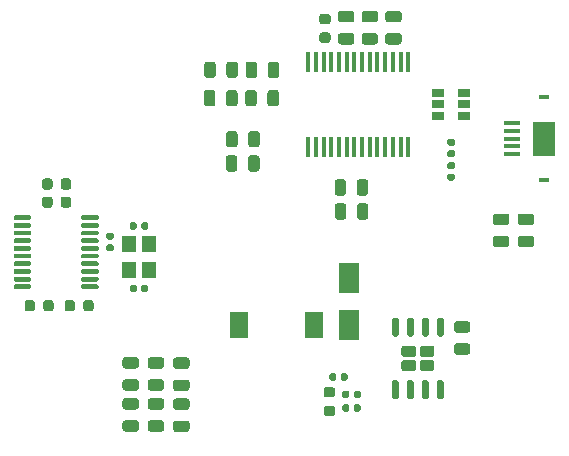
<source format=gbr>
%TF.GenerationSoftware,KiCad,Pcbnew,5.1.6*%
%TF.CreationDate,2021-04-04T19:37:59+02:00*%
%TF.ProjectId,teriyaki,74657269-7961-46b6-992e-6b696361645f,rev?*%
%TF.SameCoordinates,Original*%
%TF.FileFunction,Paste,Top*%
%TF.FilePolarity,Positive*%
%FSLAX46Y46*%
G04 Gerber Fmt 4.6, Leading zero omitted, Abs format (unit mm)*
G04 Created by KiCad (PCBNEW 5.1.6) date 2021-04-04 19:37:59*
%MOMM*%
%LPD*%
G01*
G04 APERTURE LIST*
%ADD10R,1.800000X2.500000*%
%ADD11R,0.850000X0.300000*%
%ADD12R,1.900000X2.900000*%
%ADD13R,1.350000X0.400000*%
%ADD14R,1.500000X2.200000*%
%ADD15R,0.450000X1.750000*%
%ADD16R,1.060000X0.650000*%
%ADD17R,1.200000X1.400000*%
G04 APERTURE END LIST*
%TO.C,U2*%
G36*
G01*
X102112500Y-112200000D02*
X102112500Y-112400000D01*
G75*
G02*
X102012500Y-112500000I-100000J0D01*
G01*
X100737500Y-112500000D01*
G75*
G02*
X100637500Y-112400000I0J100000D01*
G01*
X100637500Y-112200000D01*
G75*
G02*
X100737500Y-112100000I100000J0D01*
G01*
X102012500Y-112100000D01*
G75*
G02*
X102112500Y-112200000I0J-100000D01*
G01*
G37*
G36*
G01*
X102112500Y-111550000D02*
X102112500Y-111750000D01*
G75*
G02*
X102012500Y-111850000I-100000J0D01*
G01*
X100737500Y-111850000D01*
G75*
G02*
X100637500Y-111750000I0J100000D01*
G01*
X100637500Y-111550000D01*
G75*
G02*
X100737500Y-111450000I100000J0D01*
G01*
X102012500Y-111450000D01*
G75*
G02*
X102112500Y-111550000I0J-100000D01*
G01*
G37*
G36*
G01*
X102112500Y-110900000D02*
X102112500Y-111100000D01*
G75*
G02*
X102012500Y-111200000I-100000J0D01*
G01*
X100737500Y-111200000D01*
G75*
G02*
X100637500Y-111100000I0J100000D01*
G01*
X100637500Y-110900000D01*
G75*
G02*
X100737500Y-110800000I100000J0D01*
G01*
X102012500Y-110800000D01*
G75*
G02*
X102112500Y-110900000I0J-100000D01*
G01*
G37*
G36*
G01*
X102112500Y-110250000D02*
X102112500Y-110450000D01*
G75*
G02*
X102012500Y-110550000I-100000J0D01*
G01*
X100737500Y-110550000D01*
G75*
G02*
X100637500Y-110450000I0J100000D01*
G01*
X100637500Y-110250000D01*
G75*
G02*
X100737500Y-110150000I100000J0D01*
G01*
X102012500Y-110150000D01*
G75*
G02*
X102112500Y-110250000I0J-100000D01*
G01*
G37*
G36*
G01*
X102112500Y-109600000D02*
X102112500Y-109800000D01*
G75*
G02*
X102012500Y-109900000I-100000J0D01*
G01*
X100737500Y-109900000D01*
G75*
G02*
X100637500Y-109800000I0J100000D01*
G01*
X100637500Y-109600000D01*
G75*
G02*
X100737500Y-109500000I100000J0D01*
G01*
X102012500Y-109500000D01*
G75*
G02*
X102112500Y-109600000I0J-100000D01*
G01*
G37*
G36*
G01*
X102112500Y-108950000D02*
X102112500Y-109150000D01*
G75*
G02*
X102012500Y-109250000I-100000J0D01*
G01*
X100737500Y-109250000D01*
G75*
G02*
X100637500Y-109150000I0J100000D01*
G01*
X100637500Y-108950000D01*
G75*
G02*
X100737500Y-108850000I100000J0D01*
G01*
X102012500Y-108850000D01*
G75*
G02*
X102112500Y-108950000I0J-100000D01*
G01*
G37*
G36*
G01*
X102112500Y-108300000D02*
X102112500Y-108500000D01*
G75*
G02*
X102012500Y-108600000I-100000J0D01*
G01*
X100737500Y-108600000D01*
G75*
G02*
X100637500Y-108500000I0J100000D01*
G01*
X100637500Y-108300000D01*
G75*
G02*
X100737500Y-108200000I100000J0D01*
G01*
X102012500Y-108200000D01*
G75*
G02*
X102112500Y-108300000I0J-100000D01*
G01*
G37*
G36*
G01*
X102112500Y-107650000D02*
X102112500Y-107850000D01*
G75*
G02*
X102012500Y-107950000I-100000J0D01*
G01*
X100737500Y-107950000D01*
G75*
G02*
X100637500Y-107850000I0J100000D01*
G01*
X100637500Y-107650000D01*
G75*
G02*
X100737500Y-107550000I100000J0D01*
G01*
X102012500Y-107550000D01*
G75*
G02*
X102112500Y-107650000I0J-100000D01*
G01*
G37*
G36*
G01*
X102112500Y-107000000D02*
X102112500Y-107200000D01*
G75*
G02*
X102012500Y-107300000I-100000J0D01*
G01*
X100737500Y-107300000D01*
G75*
G02*
X100637500Y-107200000I0J100000D01*
G01*
X100637500Y-107000000D01*
G75*
G02*
X100737500Y-106900000I100000J0D01*
G01*
X102012500Y-106900000D01*
G75*
G02*
X102112500Y-107000000I0J-100000D01*
G01*
G37*
G36*
G01*
X102112500Y-106350000D02*
X102112500Y-106550000D01*
G75*
G02*
X102012500Y-106650000I-100000J0D01*
G01*
X100737500Y-106650000D01*
G75*
G02*
X100637500Y-106550000I0J100000D01*
G01*
X100637500Y-106350000D01*
G75*
G02*
X100737500Y-106250000I100000J0D01*
G01*
X102012500Y-106250000D01*
G75*
G02*
X102112500Y-106350000I0J-100000D01*
G01*
G37*
G36*
G01*
X107837500Y-106350000D02*
X107837500Y-106550000D01*
G75*
G02*
X107737500Y-106650000I-100000J0D01*
G01*
X106462500Y-106650000D01*
G75*
G02*
X106362500Y-106550000I0J100000D01*
G01*
X106362500Y-106350000D01*
G75*
G02*
X106462500Y-106250000I100000J0D01*
G01*
X107737500Y-106250000D01*
G75*
G02*
X107837500Y-106350000I0J-100000D01*
G01*
G37*
G36*
G01*
X107837500Y-107000000D02*
X107837500Y-107200000D01*
G75*
G02*
X107737500Y-107300000I-100000J0D01*
G01*
X106462500Y-107300000D01*
G75*
G02*
X106362500Y-107200000I0J100000D01*
G01*
X106362500Y-107000000D01*
G75*
G02*
X106462500Y-106900000I100000J0D01*
G01*
X107737500Y-106900000D01*
G75*
G02*
X107837500Y-107000000I0J-100000D01*
G01*
G37*
G36*
G01*
X107837500Y-107650000D02*
X107837500Y-107850000D01*
G75*
G02*
X107737500Y-107950000I-100000J0D01*
G01*
X106462500Y-107950000D01*
G75*
G02*
X106362500Y-107850000I0J100000D01*
G01*
X106362500Y-107650000D01*
G75*
G02*
X106462500Y-107550000I100000J0D01*
G01*
X107737500Y-107550000D01*
G75*
G02*
X107837500Y-107650000I0J-100000D01*
G01*
G37*
G36*
G01*
X107837500Y-108300000D02*
X107837500Y-108500000D01*
G75*
G02*
X107737500Y-108600000I-100000J0D01*
G01*
X106462500Y-108600000D01*
G75*
G02*
X106362500Y-108500000I0J100000D01*
G01*
X106362500Y-108300000D01*
G75*
G02*
X106462500Y-108200000I100000J0D01*
G01*
X107737500Y-108200000D01*
G75*
G02*
X107837500Y-108300000I0J-100000D01*
G01*
G37*
G36*
G01*
X107837500Y-108950000D02*
X107837500Y-109150000D01*
G75*
G02*
X107737500Y-109250000I-100000J0D01*
G01*
X106462500Y-109250000D01*
G75*
G02*
X106362500Y-109150000I0J100000D01*
G01*
X106362500Y-108950000D01*
G75*
G02*
X106462500Y-108850000I100000J0D01*
G01*
X107737500Y-108850000D01*
G75*
G02*
X107837500Y-108950000I0J-100000D01*
G01*
G37*
G36*
G01*
X107837500Y-109600000D02*
X107837500Y-109800000D01*
G75*
G02*
X107737500Y-109900000I-100000J0D01*
G01*
X106462500Y-109900000D01*
G75*
G02*
X106362500Y-109800000I0J100000D01*
G01*
X106362500Y-109600000D01*
G75*
G02*
X106462500Y-109500000I100000J0D01*
G01*
X107737500Y-109500000D01*
G75*
G02*
X107837500Y-109600000I0J-100000D01*
G01*
G37*
G36*
G01*
X107837500Y-110250000D02*
X107837500Y-110450000D01*
G75*
G02*
X107737500Y-110550000I-100000J0D01*
G01*
X106462500Y-110550000D01*
G75*
G02*
X106362500Y-110450000I0J100000D01*
G01*
X106362500Y-110250000D01*
G75*
G02*
X106462500Y-110150000I100000J0D01*
G01*
X107737500Y-110150000D01*
G75*
G02*
X107837500Y-110250000I0J-100000D01*
G01*
G37*
G36*
G01*
X107837500Y-110900000D02*
X107837500Y-111100000D01*
G75*
G02*
X107737500Y-111200000I-100000J0D01*
G01*
X106462500Y-111200000D01*
G75*
G02*
X106362500Y-111100000I0J100000D01*
G01*
X106362500Y-110900000D01*
G75*
G02*
X106462500Y-110800000I100000J0D01*
G01*
X107737500Y-110800000D01*
G75*
G02*
X107837500Y-110900000I0J-100000D01*
G01*
G37*
G36*
G01*
X107837500Y-111550000D02*
X107837500Y-111750000D01*
G75*
G02*
X107737500Y-111850000I-100000J0D01*
G01*
X106462500Y-111850000D01*
G75*
G02*
X106362500Y-111750000I0J100000D01*
G01*
X106362500Y-111550000D01*
G75*
G02*
X106462500Y-111450000I100000J0D01*
G01*
X107737500Y-111450000D01*
G75*
G02*
X107837500Y-111550000I0J-100000D01*
G01*
G37*
G36*
G01*
X107837500Y-112200000D02*
X107837500Y-112400000D01*
G75*
G02*
X107737500Y-112500000I-100000J0D01*
G01*
X106462500Y-112500000D01*
G75*
G02*
X106362500Y-112400000I0J100000D01*
G01*
X106362500Y-112200000D01*
G75*
G02*
X106462500Y-112100000I100000J0D01*
G01*
X107737500Y-112100000D01*
G75*
G02*
X107837500Y-112200000I0J-100000D01*
G01*
G37*
%TD*%
%TO.C,C1*%
G36*
G01*
X131256250Y-89912500D02*
X130343750Y-89912500D01*
G75*
G02*
X130100000Y-89668750I0J243750D01*
G01*
X130100000Y-89181250D01*
G75*
G02*
X130343750Y-88937500I243750J0D01*
G01*
X131256250Y-88937500D01*
G75*
G02*
X131500000Y-89181250I0J-243750D01*
G01*
X131500000Y-89668750D01*
G75*
G02*
X131256250Y-89912500I-243750J0D01*
G01*
G37*
G36*
G01*
X131256250Y-91787500D02*
X130343750Y-91787500D01*
G75*
G02*
X130100000Y-91543750I0J243750D01*
G01*
X130100000Y-91056250D01*
G75*
G02*
X130343750Y-90812500I243750J0D01*
G01*
X131256250Y-90812500D01*
G75*
G02*
X131500000Y-91056250I0J-243750D01*
G01*
X131500000Y-91543750D01*
G75*
G02*
X131256250Y-91787500I-243750J0D01*
G01*
G37*
%TD*%
%TO.C,C3*%
G36*
G01*
X129256250Y-89912500D02*
X128343750Y-89912500D01*
G75*
G02*
X128100000Y-89668750I0J243750D01*
G01*
X128100000Y-89181250D01*
G75*
G02*
X128343750Y-88937500I243750J0D01*
G01*
X129256250Y-88937500D01*
G75*
G02*
X129500000Y-89181250I0J-243750D01*
G01*
X129500000Y-89668750D01*
G75*
G02*
X129256250Y-89912500I-243750J0D01*
G01*
G37*
G36*
G01*
X129256250Y-91787500D02*
X128343750Y-91787500D01*
G75*
G02*
X128100000Y-91543750I0J243750D01*
G01*
X128100000Y-91056250D01*
G75*
G02*
X128343750Y-90812500I243750J0D01*
G01*
X129256250Y-90812500D01*
G75*
G02*
X129500000Y-91056250I0J-243750D01*
G01*
X129500000Y-91543750D01*
G75*
G02*
X129256250Y-91787500I-243750J0D01*
G01*
G37*
%TD*%
%TO.C,C4*%
G36*
G01*
X138164250Y-117084500D02*
X139076750Y-117084500D01*
G75*
G02*
X139320500Y-117328250I0J-243750D01*
G01*
X139320500Y-117815750D01*
G75*
G02*
X139076750Y-118059500I-243750J0D01*
G01*
X138164250Y-118059500D01*
G75*
G02*
X137920500Y-117815750I0J243750D01*
G01*
X137920500Y-117328250D01*
G75*
G02*
X138164250Y-117084500I243750J0D01*
G01*
G37*
G36*
G01*
X138164250Y-115209500D02*
X139076750Y-115209500D01*
G75*
G02*
X139320500Y-115453250I0J-243750D01*
G01*
X139320500Y-115940750D01*
G75*
G02*
X139076750Y-116184500I-243750J0D01*
G01*
X138164250Y-116184500D01*
G75*
G02*
X137920500Y-115940750I0J243750D01*
G01*
X137920500Y-115453250D01*
G75*
G02*
X138164250Y-115209500I243750J0D01*
G01*
G37*
%TD*%
%TO.C,C5*%
G36*
G01*
X127256250Y-90062500D02*
X126743750Y-90062500D01*
G75*
G02*
X126525000Y-89843750I0J218750D01*
G01*
X126525000Y-89406250D01*
G75*
G02*
X126743750Y-89187500I218750J0D01*
G01*
X127256250Y-89187500D01*
G75*
G02*
X127475000Y-89406250I0J-218750D01*
G01*
X127475000Y-89843750D01*
G75*
G02*
X127256250Y-90062500I-218750J0D01*
G01*
G37*
G36*
G01*
X127256250Y-91637500D02*
X126743750Y-91637500D01*
G75*
G02*
X126525000Y-91418750I0J218750D01*
G01*
X126525000Y-90981250D01*
G75*
G02*
X126743750Y-90762500I218750J0D01*
G01*
X127256250Y-90762500D01*
G75*
G02*
X127475000Y-90981250I0J-218750D01*
G01*
X127475000Y-91418750D01*
G75*
G02*
X127256250Y-91637500I-218750J0D01*
G01*
G37*
%TD*%
%TO.C,C6*%
G36*
G01*
X133256250Y-89912500D02*
X132343750Y-89912500D01*
G75*
G02*
X132100000Y-89668750I0J243750D01*
G01*
X132100000Y-89181250D01*
G75*
G02*
X132343750Y-88937500I243750J0D01*
G01*
X133256250Y-88937500D01*
G75*
G02*
X133500000Y-89181250I0J-243750D01*
G01*
X133500000Y-89668750D01*
G75*
G02*
X133256250Y-89912500I-243750J0D01*
G01*
G37*
G36*
G01*
X133256250Y-91787500D02*
X132343750Y-91787500D01*
G75*
G02*
X132100000Y-91543750I0J243750D01*
G01*
X132100000Y-91056250D01*
G75*
G02*
X132343750Y-90812500I243750J0D01*
G01*
X133256250Y-90812500D01*
G75*
G02*
X133500000Y-91056250I0J-243750D01*
G01*
X133500000Y-91543750D01*
G75*
G02*
X133256250Y-91787500I-243750J0D01*
G01*
G37*
%TD*%
%TO.C,C8*%
G36*
G01*
X111060000Y-112277500D02*
X111060000Y-112622500D01*
G75*
G02*
X110912500Y-112770000I-147500J0D01*
G01*
X110617500Y-112770000D01*
G75*
G02*
X110470000Y-112622500I0J147500D01*
G01*
X110470000Y-112277500D01*
G75*
G02*
X110617500Y-112130000I147500J0D01*
G01*
X110912500Y-112130000D01*
G75*
G02*
X111060000Y-112277500I0J-147500D01*
G01*
G37*
G36*
G01*
X112030000Y-112277500D02*
X112030000Y-112622500D01*
G75*
G02*
X111882500Y-112770000I-147500J0D01*
G01*
X111587500Y-112770000D01*
G75*
G02*
X111440000Y-112622500I0J147500D01*
G01*
X111440000Y-112277500D01*
G75*
G02*
X111587500Y-112130000I147500J0D01*
G01*
X111882500Y-112130000D01*
G75*
G02*
X112030000Y-112277500I0J-147500D01*
G01*
G37*
%TD*%
%TO.C,C9*%
G36*
G01*
X111440000Y-107322500D02*
X111440000Y-106977500D01*
G75*
G02*
X111587500Y-106830000I147500J0D01*
G01*
X111882500Y-106830000D01*
G75*
G02*
X112030000Y-106977500I0J-147500D01*
G01*
X112030000Y-107322500D01*
G75*
G02*
X111882500Y-107470000I-147500J0D01*
G01*
X111587500Y-107470000D01*
G75*
G02*
X111440000Y-107322500I0J147500D01*
G01*
G37*
G36*
G01*
X110470000Y-107322500D02*
X110470000Y-106977500D01*
G75*
G02*
X110617500Y-106830000I147500J0D01*
G01*
X110912500Y-106830000D01*
G75*
G02*
X111060000Y-106977500I0J-147500D01*
G01*
X111060000Y-107322500D01*
G75*
G02*
X110912500Y-107470000I-147500J0D01*
G01*
X110617500Y-107470000D01*
G75*
G02*
X110470000Y-107322500I0J147500D01*
G01*
G37*
%TD*%
%TO.C,C10*%
G36*
G01*
X127635650Y-121666100D02*
X127123150Y-121666100D01*
G75*
G02*
X126904400Y-121447350I0J218750D01*
G01*
X126904400Y-121009850D01*
G75*
G02*
X127123150Y-120791100I218750J0D01*
G01*
X127635650Y-120791100D01*
G75*
G02*
X127854400Y-121009850I0J-218750D01*
G01*
X127854400Y-121447350D01*
G75*
G02*
X127635650Y-121666100I-218750J0D01*
G01*
G37*
G36*
G01*
X127635650Y-123241100D02*
X127123150Y-123241100D01*
G75*
G02*
X126904400Y-123022350I0J218750D01*
G01*
X126904400Y-122584850D01*
G75*
G02*
X127123150Y-122366100I218750J0D01*
G01*
X127635650Y-122366100D01*
G75*
G02*
X127854400Y-122584850I0J-218750D01*
G01*
X127854400Y-123022350D01*
G75*
G02*
X127635650Y-123241100I-218750J0D01*
G01*
G37*
%TD*%
%TO.C,C11*%
G36*
G01*
X103937500Y-104871750D02*
X103937500Y-105384250D01*
G75*
G02*
X103718750Y-105603000I-218750J0D01*
G01*
X103281250Y-105603000D01*
G75*
G02*
X103062500Y-105384250I0J218750D01*
G01*
X103062500Y-104871750D01*
G75*
G02*
X103281250Y-104653000I218750J0D01*
G01*
X103718750Y-104653000D01*
G75*
G02*
X103937500Y-104871750I0J-218750D01*
G01*
G37*
G36*
G01*
X105512500Y-104871750D02*
X105512500Y-105384250D01*
G75*
G02*
X105293750Y-105603000I-218750J0D01*
G01*
X104856250Y-105603000D01*
G75*
G02*
X104637500Y-105384250I0J218750D01*
G01*
X104637500Y-104871750D01*
G75*
G02*
X104856250Y-104653000I218750J0D01*
G01*
X105293750Y-104653000D01*
G75*
G02*
X105512500Y-104871750I0J-218750D01*
G01*
G37*
%TD*%
%TO.C,C12*%
G36*
G01*
X103937500Y-103343750D02*
X103937500Y-103856250D01*
G75*
G02*
X103718750Y-104075000I-218750J0D01*
G01*
X103281250Y-104075000D01*
G75*
G02*
X103062500Y-103856250I0J218750D01*
G01*
X103062500Y-103343750D01*
G75*
G02*
X103281250Y-103125000I218750J0D01*
G01*
X103718750Y-103125000D01*
G75*
G02*
X103937500Y-103343750I0J-218750D01*
G01*
G37*
G36*
G01*
X105512500Y-103343750D02*
X105512500Y-103856250D01*
G75*
G02*
X105293750Y-104075000I-218750J0D01*
G01*
X104856250Y-104075000D01*
G75*
G02*
X104637500Y-103856250I0J218750D01*
G01*
X104637500Y-103343750D01*
G75*
G02*
X104856250Y-103125000I218750J0D01*
G01*
X105293750Y-103125000D01*
G75*
G02*
X105512500Y-103343750I0J-218750D01*
G01*
G37*
%TD*%
D10*
%TO.C,D1*%
X129032000Y-111570000D03*
X129032000Y-115570000D03*
%TD*%
D11*
%TO.C,J1*%
X145550000Y-103250000D03*
X145550000Y-96250000D03*
D12*
X145550000Y-99750000D03*
D13*
X142875000Y-99100000D03*
X142875000Y-98450000D03*
X142875000Y-99750000D03*
X142875000Y-100400000D03*
X142875000Y-101050000D03*
%TD*%
D14*
%TO.C,L1*%
X119711000Y-115570000D03*
X126111000Y-115570000D03*
%TD*%
%TO.C,LED1*%
G36*
G01*
X115296250Y-119252500D02*
X114383750Y-119252500D01*
G75*
G02*
X114140000Y-119008750I0J243750D01*
G01*
X114140000Y-118521250D01*
G75*
G02*
X114383750Y-118277500I243750J0D01*
G01*
X115296250Y-118277500D01*
G75*
G02*
X115540000Y-118521250I0J-243750D01*
G01*
X115540000Y-119008750D01*
G75*
G02*
X115296250Y-119252500I-243750J0D01*
G01*
G37*
G36*
G01*
X115296250Y-121127500D02*
X114383750Y-121127500D01*
G75*
G02*
X114140000Y-120883750I0J243750D01*
G01*
X114140000Y-120396250D01*
G75*
G02*
X114383750Y-120152500I243750J0D01*
G01*
X115296250Y-120152500D01*
G75*
G02*
X115540000Y-120396250I0J-243750D01*
G01*
X115540000Y-120883750D01*
G75*
G02*
X115296250Y-121127500I-243750J0D01*
G01*
G37*
%TD*%
%TO.C,LED2*%
G36*
G01*
X111006250Y-119222500D02*
X110093750Y-119222500D01*
G75*
G02*
X109850000Y-118978750I0J243750D01*
G01*
X109850000Y-118491250D01*
G75*
G02*
X110093750Y-118247500I243750J0D01*
G01*
X111006250Y-118247500D01*
G75*
G02*
X111250000Y-118491250I0J-243750D01*
G01*
X111250000Y-118978750D01*
G75*
G02*
X111006250Y-119222500I-243750J0D01*
G01*
G37*
G36*
G01*
X111006250Y-121097500D02*
X110093750Y-121097500D01*
G75*
G02*
X109850000Y-120853750I0J243750D01*
G01*
X109850000Y-120366250D01*
G75*
G02*
X110093750Y-120122500I243750J0D01*
G01*
X111006250Y-120122500D01*
G75*
G02*
X111250000Y-120366250I0J-243750D01*
G01*
X111250000Y-120853750D01*
G75*
G02*
X111006250Y-121097500I-243750J0D01*
G01*
G37*
%TD*%
%TO.C,LED3*%
G36*
G01*
X113146250Y-119222500D02*
X112233750Y-119222500D01*
G75*
G02*
X111990000Y-118978750I0J243750D01*
G01*
X111990000Y-118491250D01*
G75*
G02*
X112233750Y-118247500I243750J0D01*
G01*
X113146250Y-118247500D01*
G75*
G02*
X113390000Y-118491250I0J-243750D01*
G01*
X113390000Y-118978750D01*
G75*
G02*
X113146250Y-119222500I-243750J0D01*
G01*
G37*
G36*
G01*
X113146250Y-121097500D02*
X112233750Y-121097500D01*
G75*
G02*
X111990000Y-120853750I0J243750D01*
G01*
X111990000Y-120366250D01*
G75*
G02*
X112233750Y-120122500I243750J0D01*
G01*
X113146250Y-120122500D01*
G75*
G02*
X113390000Y-120366250I0J-243750D01*
G01*
X113390000Y-120853750D01*
G75*
G02*
X113146250Y-121097500I-243750J0D01*
G01*
G37*
%TD*%
%TO.C,LED_3V31*%
G36*
G01*
X129687500Y-104342250D02*
X129687500Y-103429750D01*
G75*
G02*
X129931250Y-103186000I243750J0D01*
G01*
X130418750Y-103186000D01*
G75*
G02*
X130662500Y-103429750I0J-243750D01*
G01*
X130662500Y-104342250D01*
G75*
G02*
X130418750Y-104586000I-243750J0D01*
G01*
X129931250Y-104586000D01*
G75*
G02*
X129687500Y-104342250I0J243750D01*
G01*
G37*
G36*
G01*
X127812500Y-104342250D02*
X127812500Y-103429750D01*
G75*
G02*
X128056250Y-103186000I243750J0D01*
G01*
X128543750Y-103186000D01*
G75*
G02*
X128787500Y-103429750I0J-243750D01*
G01*
X128787500Y-104342250D01*
G75*
G02*
X128543750Y-104586000I-243750J0D01*
G01*
X128056250Y-104586000D01*
G75*
G02*
X127812500Y-104342250I0J243750D01*
G01*
G37*
%TD*%
%TO.C,LED_5V1*%
G36*
G01*
X141461150Y-107974300D02*
X142373650Y-107974300D01*
G75*
G02*
X142617400Y-108218050I0J-243750D01*
G01*
X142617400Y-108705550D01*
G75*
G02*
X142373650Y-108949300I-243750J0D01*
G01*
X141461150Y-108949300D01*
G75*
G02*
X141217400Y-108705550I0J243750D01*
G01*
X141217400Y-108218050D01*
G75*
G02*
X141461150Y-107974300I243750J0D01*
G01*
G37*
G36*
G01*
X141461150Y-106099300D02*
X142373650Y-106099300D01*
G75*
G02*
X142617400Y-106343050I0J-243750D01*
G01*
X142617400Y-106830550D01*
G75*
G02*
X142373650Y-107074300I-243750J0D01*
G01*
X141461150Y-107074300D01*
G75*
G02*
X141217400Y-106830550I0J243750D01*
G01*
X141217400Y-106343050D01*
G75*
G02*
X141461150Y-106099300I243750J0D01*
G01*
G37*
%TD*%
%TO.C,LED_RX1*%
G36*
G01*
X118632700Y-96781850D02*
X118632700Y-95869350D01*
G75*
G02*
X118876450Y-95625600I243750J0D01*
G01*
X119363950Y-95625600D01*
G75*
G02*
X119607700Y-95869350I0J-243750D01*
G01*
X119607700Y-96781850D01*
G75*
G02*
X119363950Y-97025600I-243750J0D01*
G01*
X118876450Y-97025600D01*
G75*
G02*
X118632700Y-96781850I0J243750D01*
G01*
G37*
G36*
G01*
X116757700Y-96781850D02*
X116757700Y-95869350D01*
G75*
G02*
X117001450Y-95625600I243750J0D01*
G01*
X117488950Y-95625600D01*
G75*
G02*
X117732700Y-95869350I0J-243750D01*
G01*
X117732700Y-96781850D01*
G75*
G02*
X117488950Y-97025600I-243750J0D01*
G01*
X117001450Y-97025600D01*
G75*
G02*
X116757700Y-96781850I0J243750D01*
G01*
G37*
%TD*%
%TO.C,LED_TX1*%
G36*
G01*
X118657700Y-94381850D02*
X118657700Y-93469350D01*
G75*
G02*
X118901450Y-93225600I243750J0D01*
G01*
X119388950Y-93225600D01*
G75*
G02*
X119632700Y-93469350I0J-243750D01*
G01*
X119632700Y-94381850D01*
G75*
G02*
X119388950Y-94625600I-243750J0D01*
G01*
X118901450Y-94625600D01*
G75*
G02*
X118657700Y-94381850I0J243750D01*
G01*
G37*
G36*
G01*
X116782700Y-94381850D02*
X116782700Y-93469350D01*
G75*
G02*
X117026450Y-93225600I243750J0D01*
G01*
X117513950Y-93225600D01*
G75*
G02*
X117757700Y-93469350I0J-243750D01*
G01*
X117757700Y-94381850D01*
G75*
G02*
X117513950Y-94625600I-243750J0D01*
G01*
X117026450Y-94625600D01*
G75*
G02*
X116782700Y-94381850I0J243750D01*
G01*
G37*
%TD*%
%TO.C,R1*%
G36*
G01*
X137867300Y-100355400D02*
X137522300Y-100355400D01*
G75*
G02*
X137374800Y-100207900I0J147500D01*
G01*
X137374800Y-99912900D01*
G75*
G02*
X137522300Y-99765400I147500J0D01*
G01*
X137867300Y-99765400D01*
G75*
G02*
X138014800Y-99912900I0J-147500D01*
G01*
X138014800Y-100207900D01*
G75*
G02*
X137867300Y-100355400I-147500J0D01*
G01*
G37*
G36*
G01*
X137867300Y-101325400D02*
X137522300Y-101325400D01*
G75*
G02*
X137374800Y-101177900I0J147500D01*
G01*
X137374800Y-100882900D01*
G75*
G02*
X137522300Y-100735400I147500J0D01*
G01*
X137867300Y-100735400D01*
G75*
G02*
X138014800Y-100882900I0J-147500D01*
G01*
X138014800Y-101177900D01*
G75*
G02*
X137867300Y-101325400I-147500J0D01*
G01*
G37*
%TD*%
%TO.C,R2*%
G36*
G01*
X137867300Y-102340400D02*
X137522300Y-102340400D01*
G75*
G02*
X137374800Y-102192900I0J147500D01*
G01*
X137374800Y-101897900D01*
G75*
G02*
X137522300Y-101750400I147500J0D01*
G01*
X137867300Y-101750400D01*
G75*
G02*
X138014800Y-101897900I0J-147500D01*
G01*
X138014800Y-102192900D01*
G75*
G02*
X137867300Y-102340400I-147500J0D01*
G01*
G37*
G36*
G01*
X137867300Y-103310400D02*
X137522300Y-103310400D01*
G75*
G02*
X137374800Y-103162900I0J147500D01*
G01*
X137374800Y-102867900D01*
G75*
G02*
X137522300Y-102720400I147500J0D01*
G01*
X137867300Y-102720400D01*
G75*
G02*
X138014800Y-102867900I0J-147500D01*
G01*
X138014800Y-103162900D01*
G75*
G02*
X137867300Y-103310400I-147500J0D01*
G01*
G37*
%TD*%
%TO.C,R3*%
G36*
G01*
X120500000Y-100256250D02*
X120500000Y-99343750D01*
G75*
G02*
X120743750Y-99100000I243750J0D01*
G01*
X121231250Y-99100000D01*
G75*
G02*
X121475000Y-99343750I0J-243750D01*
G01*
X121475000Y-100256250D01*
G75*
G02*
X121231250Y-100500000I-243750J0D01*
G01*
X120743750Y-100500000D01*
G75*
G02*
X120500000Y-100256250I0J243750D01*
G01*
G37*
G36*
G01*
X118625000Y-100256250D02*
X118625000Y-99343750D01*
G75*
G02*
X118868750Y-99100000I243750J0D01*
G01*
X119356250Y-99100000D01*
G75*
G02*
X119600000Y-99343750I0J-243750D01*
G01*
X119600000Y-100256250D01*
G75*
G02*
X119356250Y-100500000I-243750J0D01*
G01*
X118868750Y-100500000D01*
G75*
G02*
X118625000Y-100256250I0J243750D01*
G01*
G37*
%TD*%
%TO.C,R4*%
G36*
G01*
X120487500Y-102306250D02*
X120487500Y-101393750D01*
G75*
G02*
X120731250Y-101150000I243750J0D01*
G01*
X121218750Y-101150000D01*
G75*
G02*
X121462500Y-101393750I0J-243750D01*
G01*
X121462500Y-102306250D01*
G75*
G02*
X121218750Y-102550000I-243750J0D01*
G01*
X120731250Y-102550000D01*
G75*
G02*
X120487500Y-102306250I0J243750D01*
G01*
G37*
G36*
G01*
X118612500Y-102306250D02*
X118612500Y-101393750D01*
G75*
G02*
X118856250Y-101150000I243750J0D01*
G01*
X119343750Y-101150000D01*
G75*
G02*
X119587500Y-101393750I0J-243750D01*
G01*
X119587500Y-102306250D01*
G75*
G02*
X119343750Y-102550000I-243750J0D01*
G01*
X118856250Y-102550000D01*
G75*
G02*
X118612500Y-102306250I0J243750D01*
G01*
G37*
%TD*%
%TO.C,R5*%
G36*
G01*
X121257700Y-93469350D02*
X121257700Y-94381850D01*
G75*
G02*
X121013950Y-94625600I-243750J0D01*
G01*
X120526450Y-94625600D01*
G75*
G02*
X120282700Y-94381850I0J243750D01*
G01*
X120282700Y-93469350D01*
G75*
G02*
X120526450Y-93225600I243750J0D01*
G01*
X121013950Y-93225600D01*
G75*
G02*
X121257700Y-93469350I0J-243750D01*
G01*
G37*
G36*
G01*
X123132700Y-93469350D02*
X123132700Y-94381850D01*
G75*
G02*
X122888950Y-94625600I-243750J0D01*
G01*
X122401450Y-94625600D01*
G75*
G02*
X122157700Y-94381850I0J243750D01*
G01*
X122157700Y-93469350D01*
G75*
G02*
X122401450Y-93225600I243750J0D01*
G01*
X122888950Y-93225600D01*
G75*
G02*
X123132700Y-93469350I0J-243750D01*
G01*
G37*
%TD*%
%TO.C,R6*%
G36*
G01*
X121232700Y-95869350D02*
X121232700Y-96781850D01*
G75*
G02*
X120988950Y-97025600I-243750J0D01*
G01*
X120501450Y-97025600D01*
G75*
G02*
X120257700Y-96781850I0J243750D01*
G01*
X120257700Y-95869350D01*
G75*
G02*
X120501450Y-95625600I243750J0D01*
G01*
X120988950Y-95625600D01*
G75*
G02*
X121232700Y-95869350I0J-243750D01*
G01*
G37*
G36*
G01*
X123107700Y-95869350D02*
X123107700Y-96781850D01*
G75*
G02*
X122863950Y-97025600I-243750J0D01*
G01*
X122376450Y-97025600D01*
G75*
G02*
X122132700Y-96781850I0J243750D01*
G01*
X122132700Y-95869350D01*
G75*
G02*
X122376450Y-95625600I243750J0D01*
G01*
X122863950Y-95625600D01*
G75*
G02*
X123107700Y-95869350I0J-243750D01*
G01*
G37*
%TD*%
%TO.C,R7*%
G36*
G01*
X114383750Y-123627500D02*
X115296250Y-123627500D01*
G75*
G02*
X115540000Y-123871250I0J-243750D01*
G01*
X115540000Y-124358750D01*
G75*
G02*
X115296250Y-124602500I-243750J0D01*
G01*
X114383750Y-124602500D01*
G75*
G02*
X114140000Y-124358750I0J243750D01*
G01*
X114140000Y-123871250D01*
G75*
G02*
X114383750Y-123627500I243750J0D01*
G01*
G37*
G36*
G01*
X114383750Y-121752500D02*
X115296250Y-121752500D01*
G75*
G02*
X115540000Y-121996250I0J-243750D01*
G01*
X115540000Y-122483750D01*
G75*
G02*
X115296250Y-122727500I-243750J0D01*
G01*
X114383750Y-122727500D01*
G75*
G02*
X114140000Y-122483750I0J243750D01*
G01*
X114140000Y-121996250D01*
G75*
G02*
X114383750Y-121752500I243750J0D01*
G01*
G37*
%TD*%
%TO.C,R8*%
G36*
G01*
X129451400Y-122722100D02*
X129451400Y-122377100D01*
G75*
G02*
X129598900Y-122229600I147500J0D01*
G01*
X129893900Y-122229600D01*
G75*
G02*
X130041400Y-122377100I0J-147500D01*
G01*
X130041400Y-122722100D01*
G75*
G02*
X129893900Y-122869600I-147500J0D01*
G01*
X129598900Y-122869600D01*
G75*
G02*
X129451400Y-122722100I0J147500D01*
G01*
G37*
G36*
G01*
X128481400Y-122722100D02*
X128481400Y-122377100D01*
G75*
G02*
X128628900Y-122229600I147500J0D01*
G01*
X128923900Y-122229600D01*
G75*
G02*
X129071400Y-122377100I0J-147500D01*
G01*
X129071400Y-122722100D01*
G75*
G02*
X128923900Y-122869600I-147500J0D01*
G01*
X128628900Y-122869600D01*
G75*
G02*
X128481400Y-122722100I0J147500D01*
G01*
G37*
%TD*%
%TO.C,R9*%
G36*
G01*
X129071400Y-121234100D02*
X129071400Y-121579100D01*
G75*
G02*
X128923900Y-121726600I-147500J0D01*
G01*
X128628900Y-121726600D01*
G75*
G02*
X128481400Y-121579100I0J147500D01*
G01*
X128481400Y-121234100D01*
G75*
G02*
X128628900Y-121086600I147500J0D01*
G01*
X128923900Y-121086600D01*
G75*
G02*
X129071400Y-121234100I0J-147500D01*
G01*
G37*
G36*
G01*
X130041400Y-121234100D02*
X130041400Y-121579100D01*
G75*
G02*
X129893900Y-121726600I-147500J0D01*
G01*
X129598900Y-121726600D01*
G75*
G02*
X129451400Y-121579100I0J147500D01*
G01*
X129451400Y-121234100D01*
G75*
G02*
X129598900Y-121086600I147500J0D01*
G01*
X129893900Y-121086600D01*
G75*
G02*
X130041400Y-121234100I0J-147500D01*
G01*
G37*
%TD*%
%TO.C,R10*%
G36*
G01*
X127949000Y-119760900D02*
X127949000Y-120105900D01*
G75*
G02*
X127801500Y-120253400I-147500J0D01*
G01*
X127506500Y-120253400D01*
G75*
G02*
X127359000Y-120105900I0J147500D01*
G01*
X127359000Y-119760900D01*
G75*
G02*
X127506500Y-119613400I147500J0D01*
G01*
X127801500Y-119613400D01*
G75*
G02*
X127949000Y-119760900I0J-147500D01*
G01*
G37*
G36*
G01*
X128919000Y-119760900D02*
X128919000Y-120105900D01*
G75*
G02*
X128771500Y-120253400I-147500J0D01*
G01*
X128476500Y-120253400D01*
G75*
G02*
X128329000Y-120105900I0J147500D01*
G01*
X128329000Y-119760900D01*
G75*
G02*
X128476500Y-119613400I147500J0D01*
G01*
X128771500Y-119613400D01*
G75*
G02*
X128919000Y-119760900I0J-147500D01*
G01*
G37*
%TD*%
%TO.C,R11*%
G36*
G01*
X110093750Y-123597500D02*
X111006250Y-123597500D01*
G75*
G02*
X111250000Y-123841250I0J-243750D01*
G01*
X111250000Y-124328750D01*
G75*
G02*
X111006250Y-124572500I-243750J0D01*
G01*
X110093750Y-124572500D01*
G75*
G02*
X109850000Y-124328750I0J243750D01*
G01*
X109850000Y-123841250D01*
G75*
G02*
X110093750Y-123597500I243750J0D01*
G01*
G37*
G36*
G01*
X110093750Y-121722500D02*
X111006250Y-121722500D01*
G75*
G02*
X111250000Y-121966250I0J-243750D01*
G01*
X111250000Y-122453750D01*
G75*
G02*
X111006250Y-122697500I-243750J0D01*
G01*
X110093750Y-122697500D01*
G75*
G02*
X109850000Y-122453750I0J243750D01*
G01*
X109850000Y-121966250D01*
G75*
G02*
X110093750Y-121722500I243750J0D01*
G01*
G37*
%TD*%
%TO.C,R12*%
G36*
G01*
X108972500Y-108325000D02*
X108627500Y-108325000D01*
G75*
G02*
X108480000Y-108177500I0J147500D01*
G01*
X108480000Y-107882500D01*
G75*
G02*
X108627500Y-107735000I147500J0D01*
G01*
X108972500Y-107735000D01*
G75*
G02*
X109120000Y-107882500I0J-147500D01*
G01*
X109120000Y-108177500D01*
G75*
G02*
X108972500Y-108325000I-147500J0D01*
G01*
G37*
G36*
G01*
X108972500Y-109295000D02*
X108627500Y-109295000D01*
G75*
G02*
X108480000Y-109147500I0J147500D01*
G01*
X108480000Y-108852500D01*
G75*
G02*
X108627500Y-108705000I147500J0D01*
G01*
X108972500Y-108705000D01*
G75*
G02*
X109120000Y-108852500I0J-147500D01*
G01*
X109120000Y-109147500D01*
G75*
G02*
X108972500Y-109295000I-147500J0D01*
G01*
G37*
%TD*%
%TO.C,R13*%
G36*
G01*
X112233750Y-123597500D02*
X113146250Y-123597500D01*
G75*
G02*
X113390000Y-123841250I0J-243750D01*
G01*
X113390000Y-124328750D01*
G75*
G02*
X113146250Y-124572500I-243750J0D01*
G01*
X112233750Y-124572500D01*
G75*
G02*
X111990000Y-124328750I0J243750D01*
G01*
X111990000Y-123841250D01*
G75*
G02*
X112233750Y-123597500I243750J0D01*
G01*
G37*
G36*
G01*
X112233750Y-121722500D02*
X113146250Y-121722500D01*
G75*
G02*
X113390000Y-121966250I0J-243750D01*
G01*
X113390000Y-122453750D01*
G75*
G02*
X113146250Y-122697500I-243750J0D01*
G01*
X112233750Y-122697500D01*
G75*
G02*
X111990000Y-122453750I0J243750D01*
G01*
X111990000Y-121966250D01*
G75*
G02*
X112233750Y-121722500I243750J0D01*
G01*
G37*
%TD*%
%TO.C,R14*%
G36*
G01*
X105837500Y-113643750D02*
X105837500Y-114156250D01*
G75*
G02*
X105618750Y-114375000I-218750J0D01*
G01*
X105181250Y-114375000D01*
G75*
G02*
X104962500Y-114156250I0J218750D01*
G01*
X104962500Y-113643750D01*
G75*
G02*
X105181250Y-113425000I218750J0D01*
G01*
X105618750Y-113425000D01*
G75*
G02*
X105837500Y-113643750I0J-218750D01*
G01*
G37*
G36*
G01*
X107412500Y-113643750D02*
X107412500Y-114156250D01*
G75*
G02*
X107193750Y-114375000I-218750J0D01*
G01*
X106756250Y-114375000D01*
G75*
G02*
X106537500Y-114156250I0J218750D01*
G01*
X106537500Y-113643750D01*
G75*
G02*
X106756250Y-113425000I218750J0D01*
G01*
X107193750Y-113425000D01*
G75*
G02*
X107412500Y-113643750I0J-218750D01*
G01*
G37*
%TD*%
%TO.C,R15*%
G36*
G01*
X103150000Y-114156250D02*
X103150000Y-113643750D01*
G75*
G02*
X103368750Y-113425000I218750J0D01*
G01*
X103806250Y-113425000D01*
G75*
G02*
X104025000Y-113643750I0J-218750D01*
G01*
X104025000Y-114156250D01*
G75*
G02*
X103806250Y-114375000I-218750J0D01*
G01*
X103368750Y-114375000D01*
G75*
G02*
X103150000Y-114156250I0J218750D01*
G01*
G37*
G36*
G01*
X101575000Y-114156250D02*
X101575000Y-113643750D01*
G75*
G02*
X101793750Y-113425000I218750J0D01*
G01*
X102231250Y-113425000D01*
G75*
G02*
X102450000Y-113643750I0J-218750D01*
G01*
X102450000Y-114156250D01*
G75*
G02*
X102231250Y-114375000I-218750J0D01*
G01*
X101793750Y-114375000D01*
G75*
G02*
X101575000Y-114156250I0J218750D01*
G01*
G37*
%TD*%
%TO.C,R16*%
G36*
G01*
X129713700Y-106373650D02*
X129713700Y-105461150D01*
G75*
G02*
X129957450Y-105217400I243750J0D01*
G01*
X130444950Y-105217400D01*
G75*
G02*
X130688700Y-105461150I0J-243750D01*
G01*
X130688700Y-106373650D01*
G75*
G02*
X130444950Y-106617400I-243750J0D01*
G01*
X129957450Y-106617400D01*
G75*
G02*
X129713700Y-106373650I0J243750D01*
G01*
G37*
G36*
G01*
X127838700Y-106373650D02*
X127838700Y-105461150D01*
G75*
G02*
X128082450Y-105217400I243750J0D01*
G01*
X128569950Y-105217400D01*
G75*
G02*
X128813700Y-105461150I0J-243750D01*
G01*
X128813700Y-106373650D01*
G75*
G02*
X128569950Y-106617400I-243750J0D01*
G01*
X128082450Y-106617400D01*
G75*
G02*
X127838700Y-106373650I0J243750D01*
G01*
G37*
%TD*%
%TO.C,R17*%
G36*
G01*
X143561150Y-107974300D02*
X144473650Y-107974300D01*
G75*
G02*
X144717400Y-108218050I0J-243750D01*
G01*
X144717400Y-108705550D01*
G75*
G02*
X144473650Y-108949300I-243750J0D01*
G01*
X143561150Y-108949300D01*
G75*
G02*
X143317400Y-108705550I0J243750D01*
G01*
X143317400Y-108218050D01*
G75*
G02*
X143561150Y-107974300I243750J0D01*
G01*
G37*
G36*
G01*
X143561150Y-106099300D02*
X144473650Y-106099300D01*
G75*
G02*
X144717400Y-106343050I0J-243750D01*
G01*
X144717400Y-106830550D01*
G75*
G02*
X144473650Y-107074300I-243750J0D01*
G01*
X143561150Y-107074300D01*
G75*
G02*
X143317400Y-106830550I0J243750D01*
G01*
X143317400Y-106343050D01*
G75*
G02*
X143561150Y-106099300I243750J0D01*
G01*
G37*
%TD*%
%TO.C,U1*%
G36*
G01*
X133716500Y-118479000D02*
X134481500Y-118479000D01*
G75*
G02*
X134724000Y-118721500I0J-242500D01*
G01*
X134724000Y-119206500D01*
G75*
G02*
X134481500Y-119449000I-242500J0D01*
G01*
X133716500Y-119449000D01*
G75*
G02*
X133474000Y-119206500I0J242500D01*
G01*
X133474000Y-118721500D01*
G75*
G02*
X133716500Y-118479000I242500J0D01*
G01*
G37*
G36*
G01*
X135266500Y-118479000D02*
X136031500Y-118479000D01*
G75*
G02*
X136274000Y-118721500I0J-242500D01*
G01*
X136274000Y-119206500D01*
G75*
G02*
X136031500Y-119449000I-242500J0D01*
G01*
X135266500Y-119449000D01*
G75*
G02*
X135024000Y-119206500I0J242500D01*
G01*
X135024000Y-118721500D01*
G75*
G02*
X135266500Y-118479000I242500J0D01*
G01*
G37*
G36*
G01*
X133716500Y-117279000D02*
X134481500Y-117279000D01*
G75*
G02*
X134724000Y-117521500I0J-242500D01*
G01*
X134724000Y-118006500D01*
G75*
G02*
X134481500Y-118249000I-242500J0D01*
G01*
X133716500Y-118249000D01*
G75*
G02*
X133474000Y-118006500I0J242500D01*
G01*
X133474000Y-117521500D01*
G75*
G02*
X133716500Y-117279000I242500J0D01*
G01*
G37*
G36*
G01*
X135266500Y-117279000D02*
X136031500Y-117279000D01*
G75*
G02*
X136274000Y-117521500I0J-242500D01*
G01*
X136274000Y-118006500D01*
G75*
G02*
X136031500Y-118249000I-242500J0D01*
G01*
X135266500Y-118249000D01*
G75*
G02*
X135024000Y-118006500I0J242500D01*
G01*
X135024000Y-117521500D01*
G75*
G02*
X135266500Y-117279000I242500J0D01*
G01*
G37*
G36*
G01*
X136629000Y-120214000D02*
X136929000Y-120214000D01*
G75*
G02*
X137079000Y-120364000I0J-150000D01*
G01*
X137079000Y-121664000D01*
G75*
G02*
X136929000Y-121814000I-150000J0D01*
G01*
X136629000Y-121814000D01*
G75*
G02*
X136479000Y-121664000I0J150000D01*
G01*
X136479000Y-120364000D01*
G75*
G02*
X136629000Y-120214000I150000J0D01*
G01*
G37*
G36*
G01*
X135359000Y-120214000D02*
X135659000Y-120214000D01*
G75*
G02*
X135809000Y-120364000I0J-150000D01*
G01*
X135809000Y-121664000D01*
G75*
G02*
X135659000Y-121814000I-150000J0D01*
G01*
X135359000Y-121814000D01*
G75*
G02*
X135209000Y-121664000I0J150000D01*
G01*
X135209000Y-120364000D01*
G75*
G02*
X135359000Y-120214000I150000J0D01*
G01*
G37*
G36*
G01*
X134089000Y-120214000D02*
X134389000Y-120214000D01*
G75*
G02*
X134539000Y-120364000I0J-150000D01*
G01*
X134539000Y-121664000D01*
G75*
G02*
X134389000Y-121814000I-150000J0D01*
G01*
X134089000Y-121814000D01*
G75*
G02*
X133939000Y-121664000I0J150000D01*
G01*
X133939000Y-120364000D01*
G75*
G02*
X134089000Y-120214000I150000J0D01*
G01*
G37*
G36*
G01*
X132819000Y-120214000D02*
X133119000Y-120214000D01*
G75*
G02*
X133269000Y-120364000I0J-150000D01*
G01*
X133269000Y-121664000D01*
G75*
G02*
X133119000Y-121814000I-150000J0D01*
G01*
X132819000Y-121814000D01*
G75*
G02*
X132669000Y-121664000I0J150000D01*
G01*
X132669000Y-120364000D01*
G75*
G02*
X132819000Y-120214000I150000J0D01*
G01*
G37*
G36*
G01*
X132819000Y-114914000D02*
X133119000Y-114914000D01*
G75*
G02*
X133269000Y-115064000I0J-150000D01*
G01*
X133269000Y-116364000D01*
G75*
G02*
X133119000Y-116514000I-150000J0D01*
G01*
X132819000Y-116514000D01*
G75*
G02*
X132669000Y-116364000I0J150000D01*
G01*
X132669000Y-115064000D01*
G75*
G02*
X132819000Y-114914000I150000J0D01*
G01*
G37*
G36*
G01*
X134089000Y-114914000D02*
X134389000Y-114914000D01*
G75*
G02*
X134539000Y-115064000I0J-150000D01*
G01*
X134539000Y-116364000D01*
G75*
G02*
X134389000Y-116514000I-150000J0D01*
G01*
X134089000Y-116514000D01*
G75*
G02*
X133939000Y-116364000I0J150000D01*
G01*
X133939000Y-115064000D01*
G75*
G02*
X134089000Y-114914000I150000J0D01*
G01*
G37*
G36*
G01*
X135359000Y-114914000D02*
X135659000Y-114914000D01*
G75*
G02*
X135809000Y-115064000I0J-150000D01*
G01*
X135809000Y-116364000D01*
G75*
G02*
X135659000Y-116514000I-150000J0D01*
G01*
X135359000Y-116514000D01*
G75*
G02*
X135209000Y-116364000I0J150000D01*
G01*
X135209000Y-115064000D01*
G75*
G02*
X135359000Y-114914000I150000J0D01*
G01*
G37*
G36*
G01*
X136629000Y-114914000D02*
X136929000Y-114914000D01*
G75*
G02*
X137079000Y-115064000I0J-150000D01*
G01*
X137079000Y-116364000D01*
G75*
G02*
X136929000Y-116514000I-150000J0D01*
G01*
X136629000Y-116514000D01*
G75*
G02*
X136479000Y-116364000I0J150000D01*
G01*
X136479000Y-115064000D01*
G75*
G02*
X136629000Y-114914000I150000J0D01*
G01*
G37*
%TD*%
D15*
%TO.C,U3*%
X125600000Y-93300000D03*
X126250000Y-93300000D03*
X126900000Y-93300000D03*
X127550000Y-93300000D03*
X128200000Y-93300000D03*
X128850000Y-93300000D03*
X129500000Y-93300000D03*
X130150000Y-93300000D03*
X130800000Y-93300000D03*
X131450000Y-93300000D03*
X132100000Y-93300000D03*
X132750000Y-93300000D03*
X133400000Y-93300000D03*
X134050000Y-93300000D03*
X134050000Y-100500000D03*
X133400000Y-100500000D03*
X132750000Y-100500000D03*
X132100000Y-100500000D03*
X131450000Y-100500000D03*
X130800000Y-100500000D03*
X130150000Y-100500000D03*
X129500000Y-100500000D03*
X128850000Y-100500000D03*
X128200000Y-100500000D03*
X127550000Y-100500000D03*
X126900000Y-100500000D03*
X126250000Y-100500000D03*
X125600000Y-100500000D03*
%TD*%
D16*
%TO.C,U4*%
X136567820Y-96857860D03*
X136567820Y-97807860D03*
X136567820Y-95907860D03*
X138767820Y-95907860D03*
X138767820Y-96857860D03*
X138767820Y-97807860D03*
%TD*%
D17*
%TO.C,Y1*%
X110400000Y-110900000D03*
X110400000Y-108700000D03*
X112100000Y-108700000D03*
X112100000Y-110900000D03*
%TD*%
M02*

</source>
